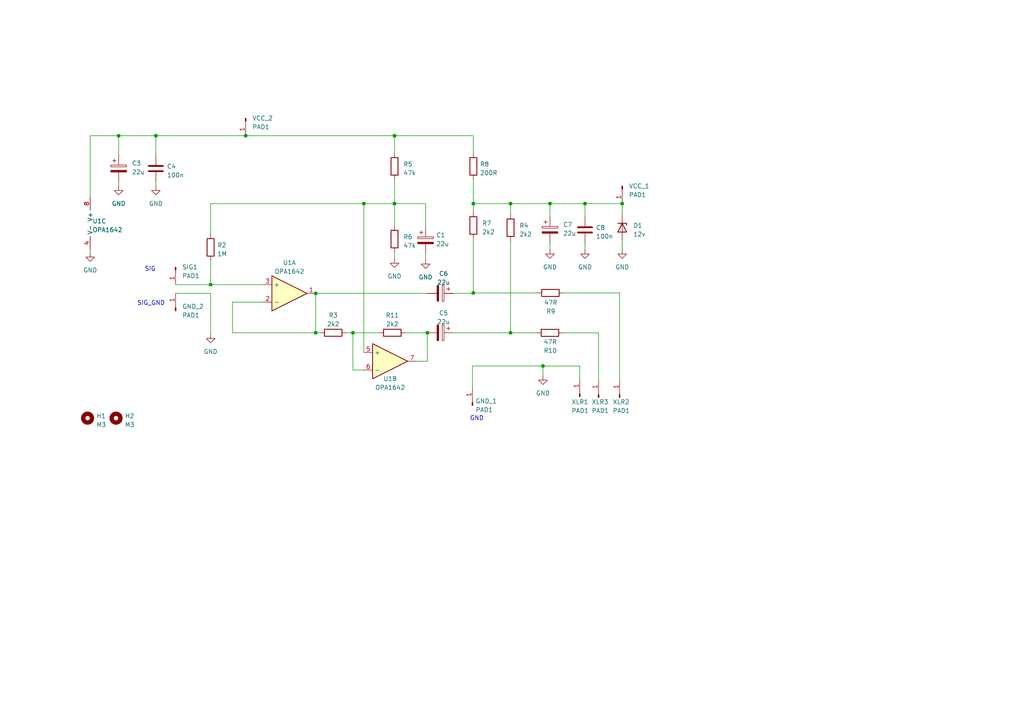
<source format=kicad_sch>
(kicad_sch (version 20230121) (generator eeschema)
  (paper "A4")
  (lib_symbols
    (symbol "Connector:Conn_01x01_Pin" (pin_names (offset 1.016) hide)
      (property "Reference" "J" (at 0 2.54 0))
      (property "Value" "Conn_01x01_Pin" (at 0 -2.54 0))
      (symbol "Conn_01x01_Pin_1_1"
        (polyline (pts (xy 1.27 0) (xy 0.8636 0)) (stroke (width 0.1524)))
        (rectangle (start 0.8636 0.127) (end 0 -0.127) (stroke (width 0.1524)) (fill (type outline)))
        (pin passive line (at 5.08 0 180) (length 3.81) (name "Pin_1") (number "1"))
      )
    )
    (symbol "Device:C" (pin_numbers hide) (pin_names (offset 0.254))
      (property "Reference" "C" (at 0.635 2.54 0))
      (property "Value" "C" (at 0.635 -2.54 0))
      (symbol "C_0_1"
        (polyline (pts (xy -2.032 -0.762) (xy 2.032 -0.762)) (stroke (width 0.508)))
        (polyline (pts (xy -2.032 0.762) (xy 2.032 0.762)) (stroke (width 0.508)))
      )
      (symbol "C_1_1"
        (pin passive line (at 0 3.81 270) (length 2.794) (name "~") (number "1"))
        (pin passive line (at 0 -3.81 90) (length 2.794) (name "~") (number "2"))
      )
    )
    (symbol "Device:C_Polarized" (pin_numbers hide) (pin_names (offset 0.254))
      (property "Reference" "C" (at 0.635 2.54 0))
      (property "Value" "C_Polarized" (at 0.635 -2.54 0))
      (symbol "C_Polarized_0_1"
        (rectangle (start -2.286 0.508) (end 2.286 1.016))
        (polyline (pts (xy -1.778 2.286) (xy -0.762 2.286)))
        (polyline (pts (xy -1.27 2.794) (xy -1.27 1.778)))
        (rectangle (start 2.286 -0.508) (end -2.286 -1.016) (fill (type outline)))
      )
      (symbol "C_Polarized_1_1"
        (pin passive line (at 0 3.81 270) (length 2.794) (name "~") (number "1"))
        (pin passive line (at 0 -3.81 90) (length 2.794) (name "~") (number "2"))
      )
    )
    (symbol "Device:D_Zener" (pin_numbers hide) (pin_names (offset 1.016) hide)
      (property "Reference" "D" (at 0 2.54 0))
      (property "Value" "D_Zener" (at 0 -2.54 0))
      (symbol "D_Zener_0_1"
        (polyline (pts (xy 1.27 0) (xy -1.27 0)))
        (polyline (pts (xy -1.27 -1.27) (xy -1.27 1.27) (xy -0.762 1.27)) (stroke (width 0.254)))
        (polyline (pts (xy 1.27 -1.27) (xy 1.27 1.27) (xy -1.27 0) (xy 1.27 -1.27)) (stroke (width 0.254)))
      )
      (symbol "D_Zener_1_1"
        (pin passive line (at -3.81 0 0) (length 2.54) (name "K") (number "1"))
        (pin passive line (at 3.81 0 180) (length 2.54) (name "A") (number "2"))
      )
    )
    (symbol "Device:Opamp_Dual"
      (property "Reference" "U" (at 0 5.08 0))
      (property "Value" "Opamp_Dual" (at 0 -5.08 0))
      (symbol "Opamp_Dual_1_1"
        (polyline (pts (xy -5.08 5.08) (xy 5.08 0) (xy -5.08 -5.08) (xy -5.08 5.08)) (stroke (width 0.254)) (fill (type background)))
        (pin output line (at 7.62 0 180) (length 2.54) (name "~") (number "1"))
        (pin input line (at -7.62 -2.54 0) (length 2.54) (name "-") (number "2"))
        (pin input line (at -7.62 2.54 0) (length 2.54) (name "+") (number "3"))
      )
      (symbol "Opamp_Dual_2_1"
        (polyline (pts (xy -5.08 5.08) (xy 5.08 0) (xy -5.08 -5.08) (xy -5.08 5.08)) (stroke (width 0.254)) (fill (type background)))
        (pin input line (at -7.62 2.54 0) (length 2.54) (name "+") (number "5"))
        (pin input line (at -7.62 -2.54 0) (length 2.54) (name "-") (number "6"))
        (pin output line (at 7.62 0 180) (length 2.54) (name "~") (number "7"))
      )
      (symbol "Opamp_Dual_3_1"
        (pin power_in line (at -2.54 -7.62 90) (length 3.81) (name "V-") (number "4"))
        (pin power_in line (at -2.54 7.62 270) (length 3.81) (name "V+") (number "8"))
      )
    )
    (symbol "Device:R" (pin_numbers hide) (pin_names (offset 0))
      (property "Reference" "R" (at 2.032 0 90))
      (property "Value" "R" (at 0 0 90))
      (symbol "R_0_1"
        (rectangle (start -1.016 -2.54) (end 1.016 2.54) (stroke (width 0.254)))
      )
      (symbol "R_1_1"
        (pin passive line (at 0 3.81 270) (length 1.27) (name "~") (number "1"))
        (pin passive line (at 0 -3.81 90) (length 1.27) (name "~") (number "2"))
      )
    )
    (symbol "Mechanical:MountingHole" (pin_names (offset 1.016))
      (property "Reference" "H" (at 0 5.08 0))
      (property "Value" "MountingHole" (at 0 3.175 0))
      (symbol "MountingHole_0_1"
        (circle (center 0 0) (radius 1.27) (stroke (width 1.27)))
      )
    )
    (symbol "power:GND" (power) (pin_names (offset 0))
      (property "Value" "GND" (at 0 -3.81 0))
      (symbol "GND_0_1"
        (polyline (pts (xy 0 0) (xy 0 -1.27) (xy 1.27 -1.27) (xy 0 -2.54) (xy -1.27 -1.27) (xy 0 -1.27)))
      )
      (symbol "GND_1_1"
        (pin power_in line (at 0 0 270) (length 0) hide (name "GND") (number "1"))
      )
    )
  )
  (junction (at 180.467 59.055))
  (junction (at 157.48 106.1466))
  (junction (at 137.287 84.963))
  (junction (at 45.212 39.37))
  (junction (at 91.567 85.09))
  (junction (at 148.082 59.055))
  (junction (at 114.427 59.055))
  (junction (at 102.362 96.52))
  (junction (at 71.247 39.37))
  (junction (at 114.427 39.37))
  (junction (at 34.417 39.37))
  (junction (at 61.087 82.55))
  (junction (at 169.672 59.055))
  (junction (at 91.567 96.52))
  (junction (at 148.082 96.52))
  (junction (at 105.537 59.055))
  (junction (at 123.952 96.52))
  (junction (at 137.287 59.055))
  (junction (at 159.512 59.055))
  (wire (pts (xy 67.437 87.63) (xy 67.437 96.52)))
  (wire (pts (xy 105.537 59.055) (xy 114.427 59.055)))
  (wire (pts (xy 117.602 96.52) (xy 123.952 96.52)))
  (wire (pts (xy 45.212 52.705) (xy 45.212 53.975)))
  (wire (pts (xy 114.427 59.055) (xy 114.427 65.532)))
  (wire (pts (xy 91.567 96.52) (xy 92.837 96.52)))
  (wire (pts (xy 137.033 112.522) (xy 137.033 106.1466)))
  (wire (pts (xy 45.212 39.37) (xy 34.417 39.37)))
  (wire (pts (xy 137.287 85.09) (xy 131.572 85.09)))
  (wire (pts (xy 155.702 96.5454) (xy 148.082 96.5454)))
  (wire (pts (xy 157.5054 106.172) (xy 157.5054 106.1466)))
  (wire (pts (xy 34.417 52.705) (xy 34.417 53.975)))
  (wire (pts (xy 179.705 84.963) (xy 179.705 110.236)))
  (wire (pts (xy 61.087 67.945) (xy 61.087 59.055)))
  (wire (pts (xy 148.082 62.23) (xy 148.082 59.055)))
  (wire (pts (xy 137.287 52.07) (xy 137.287 59.055)))
  (wire (pts (xy 173.482 96.5454) (xy 163.322 96.5454)))
  (wire (pts (xy 102.362 96.52) (xy 100.457 96.52)))
  (wire (pts (xy 157.5054 106.1466) (xy 157.48 106.1466)))
  (wire (pts (xy 159.512 70.485) (xy 159.512 72.39)))
  (wire (pts (xy 34.417 39.37) (xy 34.417 45.085)))
  (wire (pts (xy 123.444 59.055) (xy 114.427 59.055)))
  (wire (pts (xy 26.162 72.39) (xy 26.162 73.279)))
  (wire (pts (xy 173.482 96.5962) (xy 173.482 96.5454)))
  (wire (pts (xy 105.537 107.315) (xy 102.362 107.315)))
  (wire (pts (xy 102.362 96.52) (xy 109.982 96.52)))
  (wire (pts (xy 114.427 39.37) (xy 71.247 39.37)))
  (wire (pts (xy 169.672 59.055) (xy 169.672 62.865)))
  (wire (pts (xy 155.829 84.963) (xy 137.287 84.963)))
  (wire (pts (xy 148.082 96.52) (xy 148.082 69.85)))
  (wire (pts (xy 105.537 102.235) (xy 105.537 59.055)))
  (wire (pts (xy 180.467 69.85) (xy 180.467 72.39)))
  (wire (pts (xy 26.162 39.37) (xy 34.417 39.37)))
  (wire (pts (xy 114.427 73.152) (xy 114.427 75.057)))
  (wire (pts (xy 173.609 96.5962) (xy 173.482 96.5962)))
  (wire (pts (xy 159.512 59.055) (xy 159.512 62.865)))
  (wire (pts (xy 71.247 39.37) (xy 45.212 39.37)))
  (wire (pts (xy 131.572 96.52) (xy 148.082 96.52)))
  (wire (pts (xy 137.287 84.963) (xy 137.287 85.09)))
  (wire (pts (xy 123.444 65.913) (xy 123.444 59.055)))
  (wire (pts (xy 137.287 69.215) (xy 137.287 84.963)))
  (wire (pts (xy 148.082 96.5454) (xy 148.082 96.52)))
  (wire (pts (xy 61.087 59.055) (xy 105.537 59.055)))
  (wire (pts (xy 50.927 85.09) (xy 61.087 85.09)))
  (wire (pts (xy 26.162 57.15) (xy 26.162 39.37)))
  (wire (pts (xy 76.327 87.63) (xy 67.437 87.63)))
  (wire (pts (xy 45.212 39.37) (xy 45.212 45.085)))
  (wire (pts (xy 114.427 52.07) (xy 114.427 59.055)))
  (wire (pts (xy 148.082 59.055) (xy 159.512 59.055)))
  (wire (pts (xy 169.672 59.055) (xy 180.467 59.055)))
  (wire (pts (xy 137.033 106.1466) (xy 157.48 106.1466)))
  (wire (pts (xy 137.287 44.45) (xy 137.287 39.37)))
  (wire (pts (xy 137.287 39.37) (xy 114.427 39.37)))
  (wire (pts (xy 148.082 59.055) (xy 137.287 59.055)))
  (wire (pts (xy 67.437 96.52) (xy 91.567 96.52)))
  (wire (pts (xy 50.927 82.55) (xy 61.087 82.55)))
  (wire (pts (xy 159.512 59.055) (xy 169.672 59.055)))
  (wire (pts (xy 169.672 70.485) (xy 169.672 72.39)))
  (wire (pts (xy 123.444 73.533) (xy 123.444 75.311)))
  (wire (pts (xy 168.148 106.172) (xy 168.148 109.982)))
  (wire (pts (xy 102.362 107.315) (xy 102.362 96.52)))
  (wire (pts (xy 114.427 44.45) (xy 114.427 39.37)))
  (wire (pts (xy 61.087 75.565) (xy 61.087 82.55)))
  (wire (pts (xy 137.287 59.055) (xy 137.287 61.595)))
  (wire (pts (xy 157.48 108.966) (xy 157.48 106.1466)))
  (wire (pts (xy 61.087 85.09) (xy 61.087 96.901)))
  (wire (pts (xy 157.5054 106.172) (xy 168.148 106.172)))
  (wire (pts (xy 123.952 85.09) (xy 91.567 85.09)))
  (wire (pts (xy 180.467 59.055) (xy 180.467 62.23)))
  (wire (pts (xy 61.087 82.55) (xy 76.327 82.55)))
  (wire (pts (xy 123.952 96.52) (xy 123.952 104.775)))
  (wire (pts (xy 91.567 85.09) (xy 91.567 96.52)))
  (wire (pts (xy 123.952 104.775) (xy 120.777 104.775)))
  (wire (pts (xy 163.449 84.963) (xy 179.705 84.963)))
  (wire (pts (xy 173.609 96.5962) (xy 173.609 110.236)))
  (text "GND" (at 136.271 122.174 0) (effects (font (size 1.27 1.27)) (justify left bottom)))
  (text "SIG" (at 41.91 78.867 0) (effects (font (size 1.27 1.27)) (justify left bottom)))
  (text "SIG_GND" (at 39.751 88.773 0) (effects (font (size 1.27 1.27)) (justify left bottom)))
  (symbol (lib_id "Device:D_Zener") (at 180.467 66.04 270) (unit 1)
    (property "Reference" "D1" (at 183.642 65.405 90) (effects (justify left)))
    (property "Value" "12v" (at 183.642 67.945 90) (effects (justify left)))
    (property "Footprint" "Diode_THT:D_DO-41_SOD81_P7.62mm_Horizontal" (effects hide))
  )
  (symbol (lib_id "Connector:Conn_01x01_Pin") (at 179.705 115.316 90) (unit 1)
    (property "Reference" "XLR2" (at 177.673 116.586 90) (effects (justify right)))
    (property "Value" "PAD1" (at 177.673 119.126 90) (effects (justify right)))
    (property "Footprint" "LIBRERIAS:pad_1x0.8mm" (effects hide))
  )
  (symbol (lib_id "Mechanical:MountingHole") (at 33.655 121.285 0) (unit 1)
    (property "Reference" "H2" (at 36.195 120.65 0) (effects (justify left)))
    (property "Value" "M3" (at 36.195 123.19 0) (effects (justify left)))
    (property "Footprint" "MountingHole:MountingHole_3.2mm_M3" (effects hide))
  )
  (symbol (lib_id "Device:Opamp_Dual") (at 83.947 85.09 0) (unit 1)
    (property "Reference" "U1" (at 83.947 76.2 0))
    (property "Value" "OPA1642" (at 83.947 78.74 0))
    (property "Footprint" "Package_SO:SOIC-8_3.9x4.9mm_P1.27mm" (effects hide))
  )
  (symbol (lib_id "Device:R") (at 159.639 84.963 270) (unit 1)
    (property "Reference" "R9" (at 159.766 90.297 90))
    (property "Value" "47R" (at 159.766 87.757 90))
    (property "Footprint" "Resistor_THT:R_Axial_DIN0207_L6.3mm_D2.5mm_P2.54mm_Vertical" (effects hide))
  )
  (symbol (lib_id "Device:R") (at 137.287 48.26 0) (unit 1)
    (property "Reference" "R8" (at 139.192 47.625 0) (effects (justify left)))
    (property "Value" "200R" (at 139.192 50.165 0) (effects (justify left)))
    (property "Footprint" "Resistor_THT:R_Axial_DIN0207_L6.3mm_D2.5mm_P2.54mm_Vertical" (effects hide))
  )
  (symbol (lib_id "power:GND") (at 45.212 53.975 0) (unit 1)
    (property "Reference" "#PWR02" (effects hide))
    (property "Value" "GND" (at 45.212 59.055 0))
  )
  (symbol (lib_id "Connector:Conn_01x01_Pin") (at 50.927 90.17 90) (unit 1)
    (property "Reference" "GND_2" (at 52.832 88.9 90) (effects (justify right)))
    (property "Value" "PAD1" (at 52.832 91.44 90) (effects (justify right)))
    (property "Footprint" "LIBRERIAS:pad_1x0.8mm" (effects hide))
  )
  (symbol (lib_id "Connector:Conn_01x01_Pin") (at 71.247 34.29 270) (unit 1)
    (property "Reference" "VCC_2" (at 73.152 34.29 90) (effects (justify left)))
    (property "Value" "PAD1" (at 73.152 36.83 90) (effects (justify left)))
    (property "Footprint" "LIBRERIAS:pad_1x0.8mm" (effects hide))
  )
  (symbol (lib_id "power:GND") (at 159.512 72.39 0) (unit 1)
    (property "Reference" "#PWR04" (effects hide))
    (property "Value" "GND" (at 159.512 77.47 0))
  )
  (symbol (lib_id "Device:R") (at 113.792 96.52 90) (unit 1)
    (property "Reference" "R11" (at 113.792 91.44 90))
    (property "Value" "2k2" (at 113.792 93.98 90))
    (property "Footprint" "Resistor_THT:R_Axial_DIN0207_L6.3mm_D2.5mm_P2.54mm_Vertical" (effects hide))
  )
  (symbol (lib_id "power:GND") (at 180.467 72.39 0) (unit 1)
    (property "Reference" "#PWR06" (effects hide))
    (property "Value" "GND" (at 180.467 77.47 0))
  )
  (symbol (lib_id "power:GND") (at 26.162 73.279 0) (unit 1)
    (property "Reference" "#PWR08" (effects hide))
    (property "Value" "GND" (at 26.162 78.359 0))
  )
  (symbol (lib_id "Device:R") (at 96.647 96.52 90) (unit 1)
    (property "Reference" "R3" (at 96.647 91.44 90))
    (property "Value" "2k2" (at 96.647 93.98 90))
    (property "Footprint" "Resistor_THT:R_Axial_DIN0207_L6.3mm_D2.5mm_P2.54mm_Vertical" (effects hide))
  )
  (symbol (lib_id "power:GND") (at 61.087 96.901 0) (unit 1)
    (property "Reference" "#PWR010" (effects hide))
    (property "Value" "GND" (at 61.087 101.981 0))
  )
  (symbol (lib_id "Connector:Conn_01x01_Pin") (at 137.033 117.602 90) (unit 1)
    (property "Reference" "GND_1" (at 137.922 116.332 90) (effects (justify right)))
    (property "Value" "PAD1" (at 137.922 118.872 90) (effects (justify right)))
    (property "Footprint" "LIBRERIAS:pad_1x0.8mm" (effects hide))
  )
  (symbol (lib_id "Device:R") (at 137.287 65.405 0) (unit 1)
    (property "Reference" "R7" (at 139.827 64.77 0) (effects (justify left)))
    (property "Value" "2k2" (at 139.827 67.31 0) (effects (justify left)))
    (property "Footprint" "Resistor_THT:R_Axial_DIN0207_L6.3mm_D2.5mm_P2.54mm_Vertical" (effects hide))
  )
  (symbol (lib_id "Device:R") (at 148.082 66.04 0) (unit 1)
    (property "Reference" "R4" (at 150.622 65.405 0) (effects (justify left)))
    (property "Value" "2k2" (at 150.622 67.945 0) (effects (justify left)))
    (property "Footprint" "Resistor_THT:R_Axial_DIN0207_L6.3mm_D2.5mm_P2.54mm_Vertical" (effects hide))
  )
  (symbol (lib_id "power:GND") (at 169.672 72.39 0) (unit 1)
    (property "Reference" "#PWR05" (effects hide))
    (property "Value" "GND" (at 169.672 77.47 0))
  )
  (symbol (lib_id "Mechanical:MountingHole") (at 25.4 121.285 0) (unit 1)
    (property "Reference" "H1" (at 27.94 120.65 0) (effects (justify left)))
    (property "Value" "M3" (at 27.94 123.19 0) (effects (justify left)))
    (property "Footprint" "MountingHole:MountingHole_3.2mm_M3" (effects hide))
  )
  (symbol (lib_id "Connector:Conn_01x01_Pin") (at 50.927 77.47 270) (unit 1)
    (property "Reference" "SIG1" (at 52.832 77.47 90) (effects (justify left)))
    (property "Value" "PAD1" (at 52.832 80.01 90) (effects (justify left)))
    (property "Footprint" "LIBRERIAS:pad_1x0.8mm" (effects hide))
  )
  (symbol (lib_id "Device:R") (at 114.427 69.342 0) (unit 1)
    (property "Reference" "R6" (at 116.967 68.707 0) (effects (justify left)))
    (property "Value" "47k" (at 116.967 71.247 0) (effects (justify left)))
    (property "Footprint" "Resistor_THT:R_Axial_DIN0207_L6.3mm_D2.5mm_P2.54mm_Vertical" (effects hide))
  )
  (symbol (lib_id "power:GND") (at 123.444 75.311 0) (unit 1)
    (property "Reference" "#PWR09" (effects hide))
    (property "Value" "GND" (at 123.444 80.391 0))
  )
  (symbol (lib_id "Connector:Conn_01x01_Pin") (at 173.609 115.316 90) (unit 1)
    (property "Reference" "XLR3" (at 171.577 116.586 90) (effects (justify right)))
    (property "Value" "PAD1" (at 171.577 119.126 90) (effects (justify right)))
    (property "Footprint" "LIBRERIAS:pad_1x0.8mm" (effects hide))
  )
  (symbol (lib_id "Device:Opamp_Dual") (at 113.157 104.775 0) (unit 2)
    (property "Reference" "U1" (at 113.157 109.855 0))
    (property "Value" "OPA1642" (at 113.157 112.395 0))
    (property "Footprint" "Package_SO:SOIC-8_3.9x4.9mm_P1.27mm" (effects hide))
  )
  (symbol (lib_id "Device:R") (at 61.087 71.755 0) (unit 1)
    (property "Reference" "R2" (at 62.992 71.12 0) (effects (justify left)))
    (property "Value" "1M" (at 62.992 73.66 0) (effects (justify left)))
    (property "Footprint" "Resistor_THT:R_Axial_DIN0207_L6.3mm_D2.5mm_P2.54mm_Vertical" (effects hide))
  )
  (symbol (lib_id "power:GND") (at 157.48 108.966 0) (unit 1)
    (property "Reference" "#PWR07" (effects hide))
    (property "Value" "GND" (at 157.48 114.046 0))
  )
  (symbol (lib_id "Device:C_Polarized") (at 34.417 48.895 0) (unit 1)
    (property "Reference" "C3" (at 38.227 47.371 0) (effects (justify left)))
    (property "Value" "22u" (at 38.227 49.911 0) (effects (justify left)))
    (property "Footprint" "Capacitor_THT:CP_Radial_D5.0mm_P2.50mm" (effects hide))
  )
  (symbol (lib_id "Connector:Conn_01x01_Pin") (at 180.467 53.975 270) (unit 1)
    (property "Reference" "VCC_1" (at 182.372 53.975 90) (effects (justify left)))
    (property "Value" "PAD1" (at 182.372 56.515 90) (effects (justify left)))
    (property "Footprint" "LIBRERIAS:pad_1x0.8mm" (effects hide))
  )
  (symbol (lib_id "power:GND") (at 114.427 75.057 0) (unit 1)
    (property "Reference" "#PWR03" (effects hide))
    (property "Value" "GND" (at 114.427 80.137 0))
  )
  (symbol (lib_id "Device:C_Polarized") (at 159.512 66.675 0) (unit 1)
    (property "Reference" "C7" (at 163.322 65.151 0) (effects (justify left)))
    (property "Value" "22u" (at 163.322 67.691 0) (effects (justify left)))
    (property "Footprint" "Capacitor_THT:CP_Radial_D5.0mm_P2.50mm" (effects hide))
  )
  (symbol (lib_id "Device:C_Polarized") (at 127.762 96.52 270) (unit 1)
    (property "Reference" "C5" (at 128.651 90.805 90))
    (property "Value" "22u" (at 128.651 93.345 90))
    (property "Footprint" "Capacitor_THT:CP_Radial_D5.0mm_P2.50mm" (effects hide))
  )
  (symbol (lib_id "Device:C_Polarized") (at 123.444 69.723 0) (unit 1)
    (property "Reference" "C1" (at 126.492 68.199 0) (effects (justify left)))
    (property "Value" "22u" (at 126.492 70.739 0) (effects (justify left)))
    (property "Footprint" "Capacitor_THT:CP_Radial_D5.0mm_P2.50mm" (effects hide))
  )
  (symbol (lib_id "Device:C_Polarized") (at 127.762 85.09 270) (unit 1)
    (property "Reference" "C6" (at 128.651 79.375 90))
    (property "Value" "22u" (at 128.651 81.915 90))
    (property "Footprint" "Capacitor_THT:CP_Radial_D5.0mm_P2.50mm" (effects hide))
  )
  (symbol (lib_id "Connector:Conn_01x01_Pin") (at 168.148 115.062 90) (unit 1)
    (property "Reference" "XLR1" (at 165.735 116.586 90) (effects (justify right)))
    (property "Value" "PAD1" (at 165.735 119.126 90) (effects (justify right)))
    (property "Footprint" "LIBRERIAS:pad_1x0.8mm" (effects hide))
  )
  (symbol (lib_id "Device:R") (at 159.512 96.5454 90) (mirror x) (unit 1)
    (property "Reference" "R10" (at 159.6136 101.7016 90))
    (property "Value" "47R" (at 159.6136 99.1616 90))
    (property "Footprint" "Resistor_THT:R_Axial_DIN0207_L6.3mm_D2.5mm_P2.54mm_Vertical" (effects hide))
  )
  (symbol (lib_id "Device:C") (at 45.212 48.895 0) (unit 1)
    (property "Reference" "C4" (at 48.387 48.26 0) (effects (justify left)))
    (property "Value" "100n" (at 48.387 50.8 0) (effects (justify left)))
    (property "Footprint" "Capacitor_THT:C_Disc_D5.1mm_W3.2mm_P5.00mm" (effects hide))
  )
  (symbol (lib_id "Device:C") (at 169.672 66.675 180) (unit 1)
    (property "Reference" "C8" (at 172.847 66.04 0) (effects (justify right)))
    (property "Value" "100n" (at 172.847 68.58 0) (effects (justify right)))
    (property "Footprint" "Capacitor_THT:C_Disc_D5.1mm_W3.2mm_P5.00mm" (effects hide))
  )
  (symbol (lib_id "power:GND") (at 34.417 53.975 0) (unit 1)
    (property "Reference" "#PWR01" (effects hide))
    (property "Value" "GND" (at 34.417 59.055 0))
  )
  (symbol (lib_id "Device:R") (at 114.427 48.26 0) (unit 1)
    (property "Reference" "R5" (at 116.967 47.625 0) (effects (justify left)))
    (property "Value" "47k" (at 116.967 50.165 0) (effects (justify left)))
    (property "Footprint" "Resistor_THT:R_Axial_DIN0207_L6.3mm_D2.5mm_P2.54mm_Vertical" (effects hide))
  )
  (symbol (lib_id "Device:Opamp_Dual") (at 28.702 64.77 0) (unit 3)
    (property "Reference" "U1" (at 26.797 64.135 0) (effects (justify left)))
    (property "Value" "OPA1642" (at 26.797 66.675 0) (effects (justify left)))
    (property "Footprint" "Package_SO:SOIC-8_3.9x4.9mm_P1.27mm" (effects hide))
  )
)
</source>
